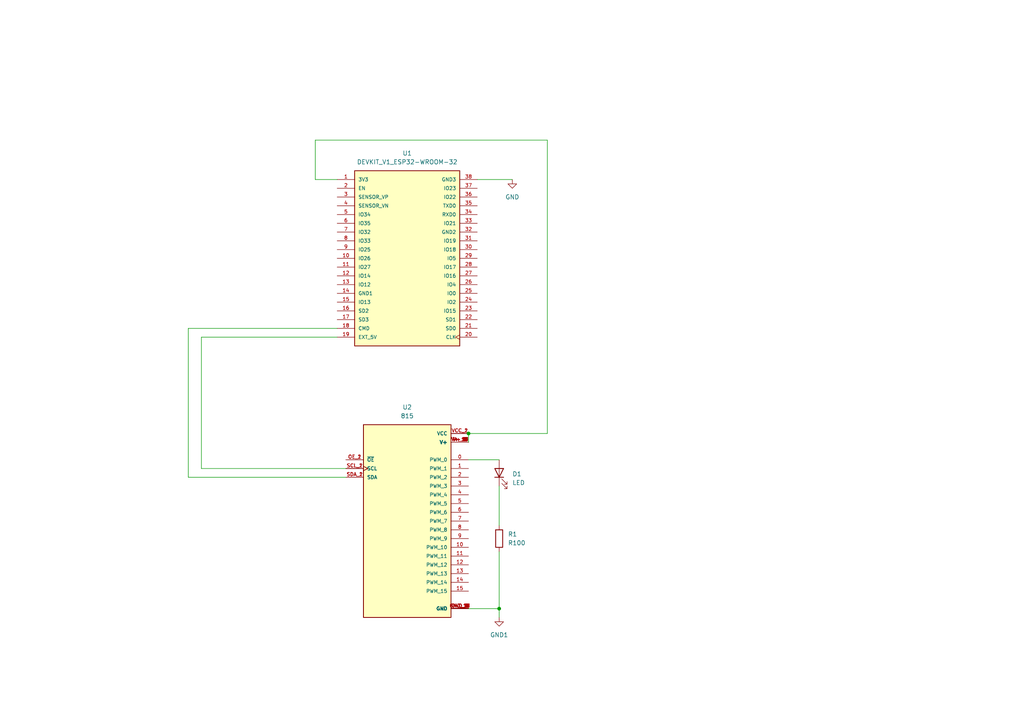
<source format=kicad_sch>
(kicad_sch (version 20230121) (generator eeschema)
  (paper "A4")
  (lib_symbols
    (symbol "815:815" (pin_names (offset 1.016))
      (property "Reference" "U" (at -12.7 28.702 0))
      (property "Value" "815" (at -12.7 -30.48 0))
      (symbol "815_0_0"
        (rectangle (start -12.7 -27.94) (end 12.7 27.94) (stroke (width 0.254)) (fill (type background)))
        (pin output line (at 17.78 17.78 180) (length 5.08) (name "PWM_0") (number "0"))
        (pin output line (at 17.78 15.24 180) (length 5.08) (name "PWM_1") (number "1"))
        (pin output line (at 17.78 -7.62 180) (length 5.08) (name "PWM_10") (number "10"))
        (pin output line (at 17.78 -10.16 180) (length 5.08) (name "PWM_11") (number "11"))
        (pin output line (at 17.78 -12.7 180) (length 5.08) (name "PWM_12") (number "12"))
        (pin output line (at 17.78 -15.24 180) (length 5.08) (name "PWM_13") (number "13"))
        (pin output line (at 17.78 -17.78 180) (length 5.08) (name "PWM_14") (number "14"))
        (pin output line (at 17.78 -20.32 180) (length 5.08) (name "PWM_15") (number "15"))
        (pin output line (at 17.78 12.7 180) (length 5.08) (name "PWM_2") (number "2"))
        (pin output line (at 17.78 10.16 180) (length 5.08) (name "PWM_3") (number "3"))
        (pin output line (at 17.78 7.62 180) (length 5.08) (name "PWM_4") (number "4"))
        (pin output line (at 17.78 5.08 180) (length 5.08) (name "PWM_5") (number "5"))
        (pin output line (at 17.78 2.54 180) (length 5.08) (name "PWM_6") (number "6"))
        (pin output line (at 17.78 0 180) (length 5.08) (name "PWM_7") (number "7"))
        (pin output line (at 17.78 -2.54 180) (length 5.08) (name "PWM_8") (number "8"))
        (pin output line (at 17.78 -5.08 180) (length 5.08) (name "PWM_9") (number "9"))
        (pin power_in line (at 17.78 -25.4 180) (length 5.08) (name "GND") (number "GND_1"))
        (pin power_in line (at 17.78 -25.4 180) (length 5.08) (name "GND") (number "GND_10"))
        (pin power_in line (at 17.78 -25.4 180) (length 5.08) (name "GND") (number "GND_11"))
        (pin power_in line (at 17.78 -25.4 180) (length 5.08) (name "GND") (number "GND_12"))
        (pin power_in line (at 17.78 -25.4 180) (length 5.08) (name "GND") (number "GND_13"))
        (pin power_in line (at 17.78 -25.4 180) (length 5.08) (name "GND") (number "GND_14"))
        (pin power_in line (at 17.78 -25.4 180) (length 5.08) (name "GND") (number "GND_15"))
        (pin power_in line (at 17.78 -25.4 180) (length 5.08) (name "GND") (number "GND_16"))
        (pin power_in line (at 17.78 -25.4 180) (length 5.08) (name "GND") (number "GND_17"))
        (pin power_in line (at 17.78 -25.4 180) (length 5.08) (name "GND") (number "GND_18"))
        (pin power_in line (at 17.78 -25.4 180) (length 5.08) (name "GND") (number "GND_2"))
        (pin power_in line (at 17.78 -25.4 180) (length 5.08) (name "GND") (number "GND_3"))
        (pin power_in line (at 17.78 -25.4 180) (length 5.08) (name "GND") (number "GND_4"))
        (pin power_in line (at 17.78 -25.4 180) (length 5.08) (name "GND") (number "GND_5"))
        (pin power_in line (at 17.78 -25.4 180) (length 5.08) (name "GND") (number "GND_6"))
        (pin power_in line (at 17.78 -25.4 180) (length 5.08) (name "GND") (number "GND_7"))
        (pin power_in line (at 17.78 -25.4 180) (length 5.08) (name "GND") (number "GND_8"))
        (pin power_in line (at 17.78 -25.4 180) (length 5.08) (name "GND") (number "GND_9"))
        (pin input line (at -17.78 17.78 0) (length 5.08) (name "~{OE}") (number "OE_1"))
        (pin input line (at -17.78 17.78 0) (length 5.08) (name "~{OE}") (number "OE_2"))
        (pin input clock (at -17.78 15.24 0) (length 5.08) (name "SCL") (number "SCL_1"))
        (pin input clock (at -17.78 15.24 0) (length 5.08) (name "SCL") (number "SCL_2"))
        (pin bidirectional line (at -17.78 12.7 0) (length 5.08) (name "SDA") (number "SDA_1"))
        (pin bidirectional line (at -17.78 12.7 0) (length 5.08) (name "SDA") (number "SDA_2"))
        (pin power_in line (at 17.78 22.86 180) (length 5.08) (name "V+") (number "V+_1"))
        (pin power_in line (at 17.78 22.86 180) (length 5.08) (name "V+") (number "V+_10"))
        (pin power_in line (at 17.78 22.86 180) (length 5.08) (name "V+") (number "V+_11"))
        (pin power_in line (at 17.78 22.86 180) (length 5.08) (name "V+") (number "V+_12"))
        (pin power_in line (at 17.78 22.86 180) (length 5.08) (name "V+") (number "V+_13"))
        (pin power_in line (at 17.78 22.86 180) (length 5.08) (name "V+") (number "V+_14"))
        (pin power_in line (at 17.78 22.86 180) (length 5.08) (name "V+") (number "V+_15"))
        (pin power_in line (at 17.78 22.86 180) (length 5.08) (name "V+") (number "V+_16"))
        (pin power_in line (at 17.78 22.86 180) (length 5.08) (name "V+") (number "V+_17"))
        (pin power_in line (at 17.78 22.86 180) (length 5.08) (name "V+") (number "V+_18"))
        (pin power_in line (at 17.78 22.86 180) (length 5.08) (name "V+") (number "V+_2"))
        (pin power_in line (at 17.78 22.86 180) (length 5.08) (name "V+") (number "V+_3"))
        (pin power_in line (at 17.78 22.86 180) (length 5.08) (name "V+") (number "V+_4"))
        (pin power_in line (at 17.78 22.86 180) (length 5.08) (name "V+") (number "V+_5"))
        (pin power_in line (at 17.78 22.86 180) (length 5.08) (name "V+") (number "V+_6"))
        (pin power_in line (at 17.78 22.86 180) (length 5.08) (name "V+") (number "V+_7"))
        (pin power_in line (at 17.78 22.86 180) (length 5.08) (name "V+") (number "V+_8"))
        (pin power_in line (at 17.78 22.86 180) (length 5.08) (name "V+") (number "V+_9"))
        (pin power_in line (at 17.78 25.4 180) (length 5.08) (name "VCC") (number "VCC_1"))
        (pin power_in line (at 17.78 25.4 180) (length 5.08) (name "VCC") (number "VCC_2"))
      )
    )
    (symbol "DEVKIT_V1_ESP32-WROOM-32:DEVKIT_V1_ESP32-WROOM-32" (pin_names (offset 1.016))
      (property "Reference" "U" (at -15.2572 26.0643 0))
      (property "Value" "DEVKIT_V1_ESP32-WROOM-32" (at -15.2563 -27.9698 0))
      (symbol "DEVKIT_V1_ESP32-WROOM-32_0_0"
        (rectangle (start -15.24 -25.4) (end 15.24 25.4) (stroke (width 0.254)) (fill (type background)))
        (pin power_in line (at -20.32 22.86 0) (length 5.08) (name "3V3") (number "1"))
        (pin bidirectional line (at -20.32 0 0) (length 5.08) (name "IO26") (number "10"))
        (pin bidirectional line (at -20.32 -2.54 0) (length 5.08) (name "IO27") (number "11"))
        (pin bidirectional line (at -20.32 -5.08 0) (length 5.08) (name "IO14") (number "12"))
        (pin bidirectional line (at -20.32 -7.62 0) (length 5.08) (name "IO12") (number "13"))
        (pin power_in line (at -20.32 -10.16 0) (length 5.08) (name "GND1") (number "14"))
        (pin bidirectional line (at -20.32 -12.7 0) (length 5.08) (name "IO13") (number "15"))
        (pin bidirectional line (at -20.32 -15.24 0) (length 5.08) (name "SD2") (number "16"))
        (pin bidirectional line (at -20.32 -17.78 0) (length 5.08) (name "SD3") (number "17"))
        (pin bidirectional line (at -20.32 -20.32 0) (length 5.08) (name "CMD") (number "18"))
        (pin power_in line (at -20.32 -22.86 0) (length 5.08) (name "EXT_5V") (number "19"))
        (pin input line (at -20.32 20.32 0) (length 5.08) (name "EN") (number "2"))
        (pin input clock (at 20.32 -22.86 180) (length 5.08) (name "CLK") (number "20"))
        (pin bidirectional line (at 20.32 -20.32 180) (length 5.08) (name "SD0") (number "21"))
        (pin bidirectional line (at 20.32 -17.78 180) (length 5.08) (name "SD1") (number "22"))
        (pin bidirectional line (at 20.32 -15.24 180) (length 5.08) (name "IO15") (number "23"))
        (pin bidirectional line (at 20.32 -12.7 180) (length 5.08) (name "IO2") (number "24"))
        (pin bidirectional line (at 20.32 -10.16 180) (length 5.08) (name "IO0") (number "25"))
        (pin bidirectional line (at 20.32 -7.62 180) (length 5.08) (name "IO4") (number "26"))
        (pin bidirectional line (at 20.32 -5.08 180) (length 5.08) (name "IO16") (number "27"))
        (pin bidirectional line (at 20.32 -2.54 180) (length 5.08) (name "IO17") (number "28"))
        (pin bidirectional line (at 20.32 0 180) (length 5.08) (name "IO5") (number "29"))
        (pin input line (at -20.32 17.78 0) (length 5.08) (name "SENSOR_VP") (number "3"))
        (pin bidirectional line (at 20.32 2.54 180) (length 5.08) (name "IO18") (number "30"))
        (pin bidirectional line (at 20.32 5.08 180) (length 5.08) (name "IO19") (number "31"))
        (pin power_in line (at 20.32 7.62 180) (length 5.08) (name "GND2") (number "32"))
        (pin bidirectional line (at 20.32 10.16 180) (length 5.08) (name "IO21") (number "33"))
        (pin input line (at 20.32 12.7 180) (length 5.08) (name "RXD0") (number "34"))
        (pin output line (at 20.32 15.24 180) (length 5.08) (name "TXD0") (number "35"))
        (pin bidirectional line (at 20.32 17.78 180) (length 5.08) (name "IO22") (number "36"))
        (pin bidirectional line (at 20.32 20.32 180) (length 5.08) (name "IO23") (number "37"))
        (pin power_in line (at 20.32 22.86 180) (length 5.08) (name "GND3") (number "38"))
        (pin input line (at -20.32 15.24 0) (length 5.08) (name "SENSOR_VN") (number "4"))
        (pin bidirectional line (at -20.32 12.7 0) (length 5.08) (name "IO34") (number "5"))
        (pin bidirectional line (at -20.32 10.16 0) (length 5.08) (name "IO35") (number "6"))
        (pin bidirectional line (at -20.32 7.62 0) (length 5.08) (name "IO32") (number "7"))
        (pin bidirectional line (at -20.32 5.08 0) (length 5.08) (name "IO33") (number "8"))
        (pin bidirectional line (at -20.32 2.54 0) (length 5.08) (name "IO25") (number "9"))
      )
    )
    (symbol "Device:LED" (pin_numbers hide) (pin_names (offset 1.016) hide)
      (property "Reference" "D" (at 0 2.54 0))
      (property "Value" "LED" (at 0 -2.54 0))
      (symbol "LED_0_1"
        (polyline (pts (xy -1.27 -1.27) (xy -1.27 1.27)) (stroke (width 0.254)))
        (polyline (pts (xy -1.27 0) (xy 1.27 0)))
        (polyline (pts (xy 1.27 -1.27) (xy 1.27 1.27) (xy -1.27 0) (xy 1.27 -1.27)) (stroke (width 0.254)))
        (polyline (pts (xy -3.048 -0.762) (xy -4.572 -2.286) (xy -3.81 -2.286) (xy -4.572 -2.286) (xy -4.572 -1.524)))
        (polyline (pts (xy -1.778 -0.762) (xy -3.302 -2.286) (xy -2.54 -2.286) (xy -3.302 -2.286) (xy -3.302 -1.524)))
      )
      (symbol "LED_1_1"
        (pin passive line (at -3.81 0 0) (length 2.54) (name "K") (number "1"))
        (pin passive line (at 3.81 0 180) (length 2.54) (name "A") (number "2"))
      )
    )
    (symbol "Device:R" (pin_numbers hide) (pin_names (offset 0))
      (property "Reference" "R" (at 2.032 0 90))
      (property "Value" "R" (at 0 0 90))
      (symbol "R_0_1"
        (rectangle (start -1.016 -2.54) (end 1.016 2.54) (stroke (width 0.254)))
      )
      (symbol "R_1_1"
        (pin passive line (at 0 3.81 270) (length 1.27) (name "~") (number "1"))
        (pin passive line (at 0 -3.81 90) (length 1.27) (name "~") (number "2"))
      )
    )
    (symbol "power:GND" (power) (pin_names (offset 0))
      (property "Value" "GND" (at 0 -3.81 0))
      (symbol "GND_0_1"
        (polyline (pts (xy 0 0) (xy 0 -1.27) (xy 1.27 -1.27) (xy 0 -2.54) (xy -1.27 -1.27) (xy 0 -1.27)))
      )
      (symbol "GND_1_1"
        (pin power_in line (at 0 0 270) (length 0) hide (name "GND") (number "1"))
      )
    )
    (symbol "power:GND1" (power) (pin_names (offset 0))
      (property "Value" "GND1" (at 0 -3.81 0))
      (symbol "GND1_0_1"
        (polyline (pts (xy 0 0) (xy 0 -1.27) (xy 1.27 -1.27) (xy 0 -2.54) (xy -1.27 -1.27) (xy 0 -1.27)))
      )
      (symbol "GND1_1_1"
        (pin power_in line (at 0 0 270) (length 0) hide (name "GND1") (number "1"))
      )
    )
  )
  (junction (at 135.89 125.73))
  (junction (at 144.78 176.53))
  (wire (pts (xy 158.75 40.64) (xy 91.44 40.64)))
  (wire (pts (xy 58.42 97.79) (xy 97.79 97.79)))
  (wire (pts (xy 54.61 138.43) (xy 100.33 138.43)))
  (wire (pts (xy 135.89 133.35) (xy 144.78 133.35)))
  (wire (pts (xy 91.44 40.64) (xy 91.44 52.07)))
  (wire (pts (xy 100.33 135.89) (xy 58.42 135.89)))
  (wire (pts (xy 58.42 135.89) (xy 58.42 97.79)))
  (wire (pts (xy 97.79 95.25) (xy 54.61 95.25)))
  (wire (pts (xy 135.89 176.53) (xy 144.78 176.53)))
  (wire (pts (xy 144.78 176.53) (xy 144.78 179.07)))
  (wire (pts (xy 138.43 52.07) (xy 148.59 52.07)))
  (wire (pts (xy 144.78 140.97) (xy 144.78 152.4)))
  (wire (pts (xy 91.44 52.07) (xy 97.79 52.07)))
  (wire (pts (xy 135.89 125.73) (xy 135.89 128.27)))
  (wire (pts (xy 144.78 160.02) (xy 144.78 176.53)))
  (wire (pts (xy 54.61 95.25) (xy 54.61 138.43)))
  (wire (pts (xy 135.89 125.73) (xy 158.75 125.73)))
  (wire (pts (xy 158.75 125.73) (xy 158.75 40.64)))
  (symbol (lib_id "DEVKIT_V1_ESP32-WROOM-32:DEVKIT_V1_ESP32-WROOM-32") (at 118.11 74.93 0) (unit 1)
    (property "Reference" "U1" (at 118.11 44.45 0))
    (property "Value" "DEVKIT_V1_ESP32-WROOM-32" (at 118.11 46.99 0))
    (property "Footprint" "DEVKIT_V1_ESP32-WROOM-32:MODULE_DEVKIT_V1_ESP32-WROOM-32" (effects hide))
    (property "MF" "Espressif Systems" (effects hide))
    (property "Description" "\nWROOM-32 Development Board ESP32 ESP-32S WiFi Bluetooth Dev Module\n" (effects hide))
    (property "Package" "Package" (effects hide))
    (property "Price" "None" (effects hide))
    (property "Check_prices" "https://www.snapeda.com/parts/DEVKIT%20V1%20ESP32-WROOM-32/Espressif+Systems/view-part/?ref=eda" (effects hide))
    (property "STANDARD" "Manufacturer Recommendations" (effects hide))
    (property "PARTREV" "N/A" (effects hide))
    (property "SnapEDA_Link" "https://www.snapeda.com/parts/DEVKIT%20V1%20ESP32-WROOM-32/Espressif+Systems/view-part/?ref=snap" (effects hide))
    (property "MP" "DEVKIT V1 ESP32-WROOM-32" (effects hide))
    (property "Availability" "Not in stock" (effects hide))
    (property "MANUFACTURER" "Espressif Systems" (effects hide))
  )
  (symbol (lib_id "Device:R") (at 144.78 156.21 0) (unit 1)
    (property "Reference" "R1" (at 147.32 154.94 0) (effects (justify left)))
    (property "Value" "R100" (at 147.32 157.48 0) (effects (justify left)))
  )
  (symbol (lib_id "power:GND") (at 148.59 52.07 0) (unit 1)
    (property "Reference" "#PWR01" (effects hide))
    (property "Value" "GND" (at 148.59 57.15 0))
  )
  (symbol (lib_id "Device:LED") (at 144.78 137.16 90) (unit 1)
    (property "Reference" "D1" (at 148.59 137.4775 90) (effects (justify right)))
    (property "Value" "LED" (at 148.59 140.0175 90) (effects (justify right)))
  )
  (symbol (lib_id "power:GND1") (at 144.78 179.07 0) (unit 1)
    (property "Reference" "#PWR02" (effects hide))
    (property "Value" "GND1" (at 144.78 184.15 0))
  )
  (symbol (lib_id "815:815") (at 118.11 151.13 0) (unit 1)
    (property "Reference" "U2" (at 118.11 118.11 0))
    (property "Value" "815" (at 118.11 120.65 0))
    (property "Footprint" "815:MODULE_815" (effects hide))
    (property "MF" "Adafruit" (effects hide))
    (property "SNAPEDA_PACKAGE_ID" "124074" (effects hide))
    (property "Package" "Non-Standard Adafruit" (effects hide))
    (property "Price" "None" (effects hide))
    (property "Check_prices" "https://www.snapeda.com/parts/815/Adafruit+Industries/view-part/?ref=eda" (effects hide))
    (property "STANDARD" "Manufacturer Recommendations" (effects hide))
    (property "PARTREV" "C" (effects hide))
    (property "SnapEDA_Link" "https://www.snapeda.com/parts/815/Adafruit+Industries/view-part/?ref=snap" (effects hide))
    (property "MP" "815" (effects hide))
    (property "Purchase-URL" "https://www.snapeda.com/api/url_track_click_mouser/?unipart_id=4816438&manufacturer=Adafruit&part_name=815&search_term=adafruit pca9685" (effects hide))
    (property "Description" "\nAdafruit 16-Channel 12-bit PWM/Servo Driver - I2C interface - PCA9685\n" (effects hide))
    (property "MANUFACTURER" "Adafruit" (effects hide))
    (property "Availability" "Not in stock" (effects hide))
    (property "MAXIMUM_PACKAGE_HEIGHT" "N/A" (effects hide))
  )
)
</source>
